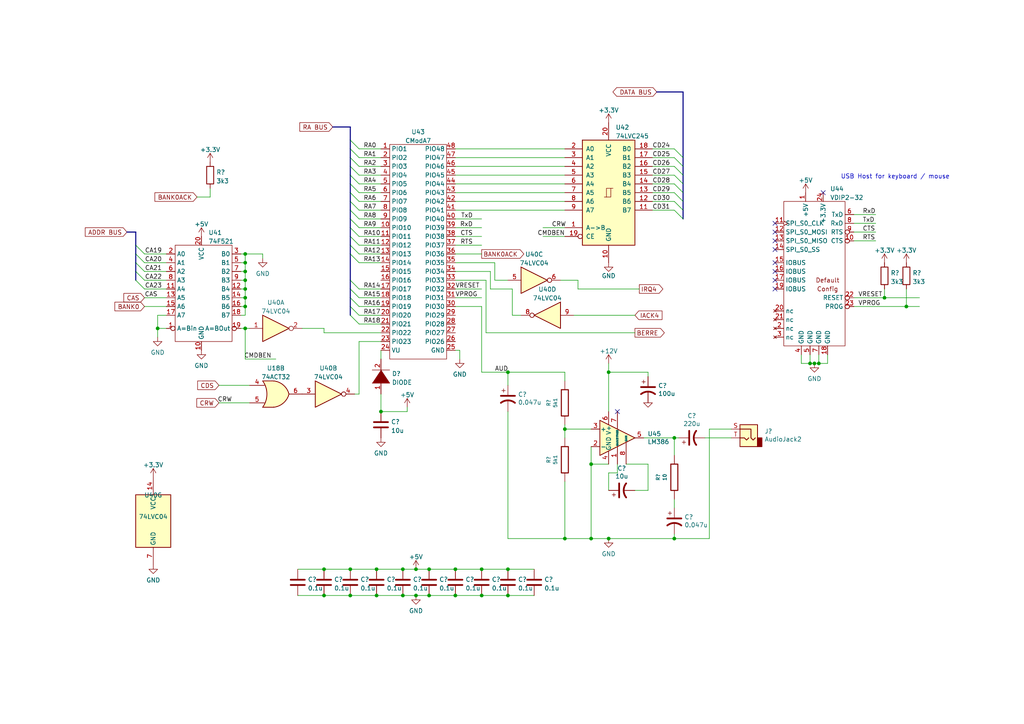
<source format=kicad_sch>
(kicad_sch (version 20211123) (generator eeschema)
  (paper "A4")
  (title_block (title "ISA68030 Boot ROM, Keyboard, Mouse, Audio") (rev "1") (company "Finitron"))
  (lib_symbols
    (symbol "74xx:74LS04"
      (property "Reference" "U" (at 0 1.27 0))
      (property "Value" "74LS04" (at 0 -1.27 0))
      (symbol "74LS04_1_0"
        (pin input line (at -7.62 0 0) (length 3.81) (name "~") (number "1"))
        (pin output inverted (at 7.62 0 180) (length 3.81) (name "~") (number "2"))
      )
      (symbol "74LS04_2_0"
        (pin input line (at -7.62 0 0) (length 3.81) (name "~") (number "3"))
        (pin output inverted (at 7.62 0 180) (length 3.81) (name "~") (number "4"))
      )
      (symbol "74LS04_3_0"
        (pin input line (at -7.62 0 0) (length 3.81) (name "~") (number "5"))
        (pin output inverted (at 7.62 0 180) (length 3.81) (name "~") (number "6"))
      )
      (symbol "74LS04_4_0"
        (pin output inverted (at 7.62 0 180) (length 3.81) (name "~") (number "8"))
        (pin input line (at -7.62 0 0) (length 3.81) (name "~") (number "9"))
      )
      (symbol "74LS04_5_0"
        (pin output inverted (at 7.62 0 180) (length 3.81) (name "~") (number "10"))
        (pin input line (at -7.62 0 0) (length 3.81) (name "~") (number "11"))
      )
      (symbol "74LS04_6_0"
        (pin output inverted (at 7.62 0 180) (length 3.81) (name "~") (number "12"))
        (pin input line (at -7.62 0 0) (length 3.81) (name "~") (number "13"))
      )
      (symbol "74LS04_7_0"
        (pin power_in line (at 0 12.7 270) (length 5.08) (name "VCC") (number "14"))
        (pin power_in line (at 0 -12.7 90) (length 5.08) (name "GND") (number "7"))
      )
    )
    (symbol "74xx:74LS245" (pin_names (offset 1.016))
      (property "Reference" "U" (at -7.62 16.51 0))
      (property "Value" "74LS245" (at -7.62 -16.51 0))
      (symbol "74LS245_1_0"
        (pin input line (at -12.7 -10.16 0) (length 5.08) (name "A->B") (number "1"))
        (pin power_in line (at 0 -20.32 90) (length 5.08) (name "GND") (number "10"))
        (pin tri_state line (at 12.7 -5.08 180) (length 5.08) (name "B7") (number "11"))
        (pin tri_state line (at 12.7 -2.54 180) (length 5.08) (name "B6") (number "12"))
        (pin tri_state line (at 12.7 0 180) (length 5.08) (name "B5") (number "13"))
        (pin tri_state line (at 12.7 2.54 180) (length 5.08) (name "B4") (number "14"))
        (pin tri_state line (at 12.7 5.08 180) (length 5.08) (name "B3") (number "15"))
        (pin tri_state line (at 12.7 7.62 180) (length 5.08) (name "B2") (number "16"))
        (pin tri_state line (at 12.7 10.16 180) (length 5.08) (name "B1") (number "17"))
        (pin tri_state line (at 12.7 12.7 180) (length 5.08) (name "B0") (number "18"))
        (pin input inverted (at -12.7 -12.7 0) (length 5.08) (name "CE") (number "19"))
        (pin tri_state line (at -12.7 12.7 0) (length 5.08) (name "A0") (number "2"))
        (pin power_in line (at 0 20.32 270) (length 5.08) (name "VCC") (number "20"))
        (pin tri_state line (at -12.7 10.16 0) (length 5.08) (name "A1") (number "3"))
        (pin tri_state line (at -12.7 7.62 0) (length 5.08) (name "A2") (number "4"))
        (pin tri_state line (at -12.7 5.08 0) (length 5.08) (name "A3") (number "5"))
        (pin tri_state line (at -12.7 2.54 0) (length 5.08) (name "A4") (number "6"))
        (pin tri_state line (at -12.7 0 0) (length 5.08) (name "A5") (number "7"))
        (pin tri_state line (at -12.7 -2.54 0) (length 5.08) (name "A6") (number "8"))
        (pin tri_state line (at -12.7 -5.08 0) (length 5.08) (name "A7") (number "9"))
      )
    )
    (symbol "74xx:74LS32" (pin_names (offset 1.016))
      (property "Reference" "U" (at 0 1.27 0))
      (property "Value" "74LS32" (at 0 -1.27 0))
      (symbol "74LS32_1_1"
        (pin input line (at -7.62 2.54 0) (length 4.318) (name "~") (number "1"))
        (pin input line (at -7.62 -2.54 0) (length 4.318) (name "~") (number "2"))
        (pin output line (at 7.62 0 180) (length 3.81) (name "~") (number "3"))
      )
      (symbol "74LS32_1_2"
        (pin input inverted (at -7.62 2.54 0) (length 3.81) (name "~") (number "1"))
        (pin input inverted (at -7.62 -2.54 0) (length 3.81) (name "~") (number "2"))
        (pin output inverted (at 7.62 0 180) (length 3.81) (name "~") (number "3"))
      )
      (symbol "74LS32_2_1"
        (pin input line (at -7.62 2.54 0) (length 4.318) (name "~") (number "4"))
        (pin input line (at -7.62 -2.54 0) (length 4.318) (name "~") (number "5"))
        (pin output line (at 7.62 0 180) (length 3.81) (name "~") (number "6"))
      )
      (symbol "74LS32_2_2"
        (pin input inverted (at -7.62 2.54 0) (length 3.81) (name "~") (number "4"))
        (pin input inverted (at -7.62 -2.54 0) (length 3.81) (name "~") (number "5"))
        (pin output inverted (at 7.62 0 180) (length 3.81) (name "~") (number "6"))
      )
      (symbol "74LS32_3_1"
        (pin input line (at -7.62 -2.54 0) (length 4.318) (name "~") (number "10"))
        (pin output line (at 7.62 0 180) (length 3.81) (name "~") (number "8"))
        (pin input line (at -7.62 2.54 0) (length 4.318) (name "~") (number "9"))
      )
      (symbol "74LS32_3_2"
        (pin input inverted (at -7.62 -2.54 0) (length 3.81) (name "~") (number "10"))
        (pin output inverted (at 7.62 0 180) (length 3.81) (name "~") (number "8"))
        (pin input inverted (at -7.62 2.54 0) (length 3.81) (name "~") (number "9"))
      )
      (symbol "74LS32_4_1"
        (pin output line (at 7.62 0 180) (length 3.81) (name "~") (number "11"))
        (pin input line (at -7.62 2.54 0) (length 4.318) (name "~") (number "12"))
        (pin input line (at -7.62 -2.54 0) (length 4.318) (name "~") (number "13"))
      )
      (symbol "74LS32_4_2"
        (pin output inverted (at 7.62 0 180) (length 3.81) (name "~") (number "11"))
        (pin input inverted (at -7.62 2.54 0) (length 3.81) (name "~") (number "12"))
        (pin input inverted (at -7.62 -2.54 0) (length 3.81) (name "~") (number "13"))
      )
      (symbol "74LS32_5_0"
        (pin power_in line (at 0 12.7 270) (length 5.08) (name "VCC") (number "14"))
        (pin power_in line (at 0 -12.7 90) (length 5.08) (name "GND") (number "7"))
      )
    )
    (symbol "Amplifier_Audio:LM386" (pin_names (offset 0.127))
      (property "Reference" "U" (at 1.27 7.62 0))
      (property "Value" "LM386" (at 1.27 5.08 0))
      (symbol "LM386_1_1"
        (pin input line (at 0 -7.62 90) (length 5.08) (name "GAIN") (number "1"))
        (pin input line (at -7.62 -2.54 0) (length 2.54) (name "-") (number "2"))
        (pin input line (at -7.62 2.54 0) (length 2.54) (name "+") (number "3"))
        (pin power_in line (at -2.54 -7.62 90) (length 3.81) (name "GND") (number "4"))
        (pin output line (at 7.62 0 180) (length 2.54) (name "~") (number "5"))
        (pin power_in line (at -2.54 7.62 270) (length 3.81) (name "V+") (number "6"))
        (pin input line (at 0 7.62 270) (length 5.08) (name "BYPASS") (number "7"))
        (pin input line (at 2.54 -7.62 90) (length 6.35) (name "GAIN") (number "8"))
      )
    )
    (symbol "Connector:AudioJack2"
      (property "Reference" "J" (at 0 8.89 0))
      (property "Value" "AudioJack2" (at 0 6.35 0))
      (symbol "AudioJack2_1_1"
        (pin passive line (at 5.08 2.54 180) (length 2.54) (name "~") (number "S"))
        (pin passive line (at 5.08 0 180) (length 2.54) (name "~") (number "T"))
      )
    )
    (symbol "Device:C" (pin_numbers hide) (pin_names (offset 0.254))
      (property "Reference" "C" (at 0.635 2.54 0))
      (property "Value" "C" (at 0.635 -2.54 0))
      (symbol "C_1_1"
        (pin passive line (at 0 3.81 270) (length 2.794) (name "~") (number "1"))
        (pin passive line (at 0 -3.81 90) (length 2.794) (name "~") (number "2"))
      )
    )
    (symbol "Device:R" (pin_numbers hide) (pin_names (offset 0))
      (property "Reference" "R" (at 2.032 0 90))
      (property "Value" "R" (at 0 0 90))
      (symbol "R_1_1"
        (pin passive line (at 0 3.81 270) (length 1.27) (name "~") (number "1"))
        (pin passive line (at 0 -3.81 90) (length 1.27) (name "~") (number "2"))
      )
    )
    (symbol "FPGA Board-rescue:GND" (power) (pin_names (offset 0))
      (symbol "GND_1_1"
        (pin power_in line (at 0 0 90) (length 0) hide (name "GND") (number "1"))
      )
    )
    (symbol "ISA_FPGA_v2-rescue:CP1-Device" (pin_numbers hide) (pin_names (offset 0.254) hide)
      (property "Reference" "C" (at 0.635 2.54 0))
      (property "Value" "CP1-Device" (at 0.635 -2.54 0))
      (symbol "CP1-Device_1_1"
        (pin passive line (at 0 3.81 270) (length 2.794) (name "~") (number "1"))
        (pin passive line (at 0 -3.81 90) (length 3.302) (name "~") (number "2"))
      )
    )
    (symbol "MyLib:74F521"
      (property "Reference" "U" (at -1.27 -1.27 0))
      (property "Value" "74F521" (at 0 1.27 0))
      (symbol "74F521_1_1"
        (pin input inverted (at -11.43 -11.43 0) (length 2.54) (name "A=Bin") (number "1"))
        (pin power_in line (at -1.27 -17.78 90) (length 2.54) (name "GND") (number "10"))
        (pin input line (at -11.43 0 0) (length 2.54) (name "A4") (number "11"))
        (pin input line (at 10.16 0 180) (length 2.54) (name "B4") (number "12"))
        (pin input line (at -11.43 -2.54 0) (length 2.54) (name "A5") (number "13"))
        (pin input line (at 10.16 -2.54 180) (length 2.54) (name "B5") (number "14"))
        (pin input line (at -11.43 -5.08 0) (length 2.54) (name "A6") (number "15"))
        (pin input line (at 10.16 -5.08 180) (length 2.54) (name "B6") (number "16"))
        (pin input line (at -11.43 -7.62 0) (length 2.54) (name "A7") (number "17"))
        (pin input line (at 10.16 -7.62 180) (length 2.54) (name "B7") (number "18"))
        (pin input inverted (at 10.16 -11.43 180) (length 2.54) (name "A=BOut") (number "19"))
        (pin input line (at -11.43 10.16 0) (length 2.54) (name "A0") (number "2"))
        (pin power_in line (at -1.27 15.24 270) (length 2.54) (name "VCC") (number "20"))
        (pin input line (at 10.16 10.16 180) (length 2.54) (name "B0") (number "3"))
        (pin input line (at -11.43 7.62 0) (length 2.54) (name "A1") (number "4"))
        (pin input line (at 10.16 7.62 180) (length 2.54) (name "B1") (number "5"))
        (pin input line (at -11.43 5.08 0) (length 2.54) (name "A2") (number "6"))
        (pin input line (at 10.16 5.08 180) (length 2.54) (name "B2") (number "7"))
        (pin input line (at -11.43 2.54 0) (length 2.54) (name "A3") (number "8"))
        (pin input line (at 10.16 2.54 180) (length 2.54) (name "B3") (number "9"))
      )
    )
    (symbol "MyLib:CModA7"
      (property "Reference" "U" (at 0 30.48 0))
      (property "Value" "CModA7" (at 1.27 33.02 0))
      (symbol "CModA7_1_1"
        (pin bidirectional line (at -8.89 27.94 0) (length 2.54) (name "PIO1") (number "1"))
        (pin bidirectional line (at -8.89 5.08 0) (length 2.54) (name "PIO10") (number "10"))
        (pin bidirectional line (at -8.89 2.54 0) (length 2.54) (name "PIO11") (number "11"))
        (pin bidirectional line (at -8.89 0 0) (length 2.54) (name "PIO12") (number "12"))
        (pin bidirectional line (at -8.89 -2.54 0) (length 2.54) (name "PIO13") (number "13"))
        (pin bidirectional line (at -8.89 -5.08 0) (length 2.54) (name "PIO14") (number "14"))
        (pin unspecified line (at -8.89 -7.62 0) (length 2.54) (name "PIO15") (number "15"))
        (pin unspecified line (at -8.89 -10.16 0) (length 2.54) (name "PIO16") (number "16"))
        (pin bidirectional line (at -8.89 -12.7 0) (length 2.54) (name "PIO17") (number "17"))
        (pin bidirectional line (at -8.89 -15.24 0) (length 2.54) (name "PIO18") (number "18"))
        (pin bidirectional line (at -8.89 -17.78 0) (length 2.54) (name "PIO19") (number "19"))
        (pin bidirectional line (at -8.89 25.4 0) (length 2.54) (name "PIO2") (number "2"))
        (pin bidirectional line (at -8.89 -20.32 0) (length 2.54) (name "PIO20") (number "20"))
        (pin bidirectional line (at -8.89 -22.86 0) (length 2.54) (name "PIO21") (number "21"))
        (pin bidirectional line (at -8.89 -25.4 0) (length 2.54) (name "PIO22") (number "22"))
        (pin bidirectional line (at -8.89 -27.94 0) (length 2.54) (name "PIO23") (number "23"))
        (pin power_in line (at -8.89 -30.48 0) (length 2.54) (name "VU") (number "24"))
        (pin power_in line (at 12.7 -30.48 180) (length 2.54) (name "GND") (number "25"))
        (pin bidirectional line (at 12.7 -27.94 180) (length 2.54) (name "PIO26") (number "26"))
        (pin bidirectional line (at 12.7 -25.4 180) (length 2.54) (name "PIO27") (number "27"))
        (pin bidirectional line (at 12.7 -22.86 180) (length 2.54) (name "PIO28") (number "28"))
        (pin bidirectional line (at 12.7 -20.32 180) (length 2.54) (name "PIO29") (number "29"))
        (pin bidirectional line (at -8.89 22.86 0) (length 2.54) (name "PIO3") (number "3"))
        (pin bidirectional line (at 12.7 -17.78 180) (length 2.54) (name "PIO30") (number "30"))
        (pin bidirectional line (at 12.7 -15.24 180) (length 2.54) (name "PIO31") (number "31"))
        (pin bidirectional line (at 12.7 -12.7 180) (length 2.54) (name "PIO32") (number "32"))
        (pin bidirectional line (at 12.7 -10.16 180) (length 2.54) (name "PIO33") (number "33"))
        (pin bidirectional line (at 12.7 -7.62 180) (length 2.54) (name "PIO34") (number "34"))
        (pin bidirectional line (at 12.7 -5.08 180) (length 2.54) (name "PIO35") (number "35"))
        (pin bidirectional line (at 12.7 -2.54 180) (length 2.54) (name "PIO36") (number "36"))
        (pin bidirectional line (at 12.7 0 180) (length 2.54) (name "PIO37") (number "37"))
        (pin bidirectional line (at 12.7 2.54 180) (length 2.54) (name "PIO38") (number "38"))
        (pin bidirectional line (at 12.7 5.08 180) (length 2.54) (name "PIO39") (number "39"))
        (pin bidirectional line (at -8.89 20.32 0) (length 2.54) (name "PIO4") (number "4"))
        (pin bidirectional line (at 12.7 7.62 180) (length 2.54) (name "PIO40") (number "40"))
        (pin bidirectional line (at 12.7 10.16 180) (length 2.54) (name "PIO41") (number "41"))
        (pin bidirectional line (at 12.7 12.7 180) (length 2.54) (name "PIO42") (number "42"))
        (pin bidirectional line (at 12.7 15.24 180) (length 2.54) (name "PIO43") (number "43"))
        (pin bidirectional line (at 12.7 17.78 180) (length 2.54) (name "PIO44") (number "44"))
        (pin bidirectional line (at 12.7 20.32 180) (length 2.54) (name "PIO45") (number "45"))
        (pin bidirectional line (at 12.7 22.86 180) (length 2.54) (name "PIO46") (number "46"))
        (pin bidirectional line (at 12.7 25.4 180) (length 2.54) (name "PIO47") (number "47"))
        (pin bidirectional line (at 12.7 27.94 180) (length 2.54) (name "PIO48") (number "48"))
        (pin bidirectional line (at -8.89 17.78 0) (length 2.54) (name "PIO5") (number "5"))
        (pin bidirectional line (at -8.89 15.24 0) (length 2.54) (name "PIO6") (number "6"))
        (pin bidirectional line (at -8.89 12.7 0) (length 2.54) (name "PIO7") (number "7"))
        (pin bidirectional line (at -8.89 10.16 0) (length 2.54) (name "PIO8") (number "8"))
        (pin bidirectional line (at -8.89 7.62 0) (length 2.54) (name "PIO9") (number "9"))
      )
    )
    (symbol "MyLib:VDIP2-32"
      (property "Reference" "U" (at 0 0 0))
      (property "Value" "VDIP2-32" (at 3.81 0 0))
      (symbol "VDIP2-32_0_0"
        (text "Config" (at 3.81 -5.08 0) (effects (font (size 1.27 1.27))))
        (text "Default" (at 3.81 -2.54 0) (effects (font (size 1.27 1.27))))
      )
      (symbol "VDIP2-32_1_1"
        (pin power_in line (at -2.54 22.86 270) (length 2.54) (name "+5V") (number "1"))
        (pin input inverted (at 11.43 8.89 180) (length 2.54) (name "CTS") (number "10"))
        (pin input clock (at -11.43 13.97 0) (length 2.54) (name "SPI_S0_CLK") (number "11"))
        (pin bidirectional line (at -11.43 11.43 0) (length 2.54) (name "SPI_S0_MOSI") (number "12"))
        (pin bidirectional line (at -11.43 8.89 0) (length 2.54) (name "SPI_S0_MISO") (number "13"))
        (pin input line (at -11.43 6.35 0) (length 2.54) (name "SPI_S0_SS") (number "14"))
        (pin bidirectional line (at -11.43 2.54 0) (length 2.54) (name "IOBUS") (number "15"))
        (pin bidirectional line (at -11.43 0 0) (length 2.54) (name "IOBUS") (number "16"))
        (pin bidirectional line (at -11.43 -2.54 0) (length 2.54) (name "IOBUS") (number "17"))
        (pin power_in line (at 3.81 -24.13 90) (length 2.54) (name "GND") (number "18"))
        (pin bidirectional line (at -11.43 -5.08 0) (length 2.54) (name "IOBUS") (number "19"))
        (pin no_connect line (at -11.43 -16.51 0) (length 2.54) (name "nc") (number "2"))
        (pin no_connect line (at -11.43 -11.43 0) (length 2.54) (name "nc") (number "20"))
        (pin no_connect line (at -11.43 -13.97 0) (length 2.54) (name "nc") (number "21"))
        (pin input inverted (at 11.43 -7.62 180) (length 2.54) (name "RESET") (number "22"))
        (pin input inverted (at 11.43 -10.16 180) (length 2.54) (name "PROG") (number "23"))
        (pin power_in line (at 2.54 22.86 270) (length 2.54) (name "+3.3V") (number "24"))
        (pin no_connect line (at -11.43 -19.05 0) (length 2.54) (name "nc") (number "3"))
        (pin power_in line (at -3.81 -24.13 90) (length 2.54) (name "GND") (number "4"))
        (pin power_in line (at -1.27 -24.13 90) (length 2.54) (name "GND") (number "5"))
        (pin output line (at 11.43 16.51 180) (length 2.54) (name "TxD") (number "6"))
        (pin power_in line (at 1.27 -24.13 90) (length 2.54) (name "GND") (number "7"))
        (pin input line (at 11.43 13.97 180) (length 2.54) (name "RxD") (number "8"))
        (pin output inverted (at 11.43 11.43 180) (length 2.54) (name "RTS") (number "9"))
      )
    )
    (symbol "VGA_V11-cache:R" (pin_numbers hide) (pin_names (offset 0))
      (property "Reference" "R" (at 2.032 0 90))
      (property "Value" "R" (at 0.1778 0.0254 90))
      (symbol "R_1_1"
        (pin passive line (at 0 6.35 270) (length 2.54) (name "~") (number "1"))
        (pin passive line (at 0 -6.35 90) (length 2.54) (name "~") (number "2"))
      )
    )
    (symbol "power:+12V" (power) (pin_names (offset 0))
      (property "Value" "+12V" (at 0 3.556 0))
      (symbol "+12V_1_1"
        (pin power_in line (at 0 0 90) (length 0) hide (name "+12V") (number "1"))
      )
    )
    (symbol "power:+3.3V" (power) (pin_names (offset 0))
      (property "Value" "+3.3V" (at 0 3.556 0))
      (symbol "+3.3V_1_1"
        (pin power_in line (at 0 0 90) (length 0) hide (name "+3.3V") (number "1"))
      )
    )
    (symbol "power:+5V" (power) (pin_names (offset 0))
      (property "Value" "+5V" (at 0 3.556 0))
      (symbol "+5V_1_1"
        (pin power_in line (at 0 0 90) (length 0) hide (name "+5V") (number "1"))
      )
    )
    (symbol "power:GND" (power) (pin_names (offset 0))
      (property "Value" "GND" (at 0 -3.81 0))
      (symbol "GND_1_1"
        (pin power_in line (at 0 0 270) (length 0) hide (name "GND") (number "1"))
      )
    )
    (symbol "pspice:DIODE" (pin_names (offset 1.016) hide)
      (property "Reference" "D" (at 0 3.81 0))
      (property "Value" "DIODE" (at 0 -4.445 0))
      (symbol "DIODE_1_1"
        (pin input line (at -5.08 0 0) (length 3.81) (name "K") (number "1"))
        (pin input line (at 5.08 0 180) (length 3.81) (name "A") (number "2"))
      )
    )
  )
  (junction (at 93.98 165.1))
  (junction (at 195.58 156.21))
  (junction (at 71.12 81.28))
  (junction (at 71.12 78.74))
  (junction (at 93.98 172.72))
  (junction (at 71.12 83.82))
  (junction (at 176.53 107.95))
  (junction (at 139.7 172.72))
  (junction (at 163.83 124.46))
  (junction (at 236.22 105.41))
  (junction (at 109.22 165.1))
  (junction (at 120.65 165.1))
  (junction (at 71.12 95.25))
  (junction (at 147.32 165.1))
  (junction (at 163.83 156.21))
  (junction (at 120.65 172.72))
  (junction (at 109.22 172.72))
  (junction (at 147.32 172.72))
  (junction (at 147.32 107.95))
  (junction (at 124.46 172.72))
  (junction (at 124.46 165.1))
  (junction (at 132.08 165.1))
  (junction (at 132.08 172.72))
  (junction (at 71.12 88.9))
  (junction (at 171.45 156.21))
  (junction (at 195.58 127))
  (junction (at 101.6 165.1))
  (junction (at 176.53 156.21))
  (junction (at 71.12 73.66))
  (junction (at 71.12 86.36))
  (junction (at 116.84 165.1))
  (junction (at 171.45 134.62))
  (junction (at 101.6 172.72))
  (junction (at 71.12 76.2))
  (junction (at 116.84 172.72))
  (junction (at 256.54 86.36))
  (junction (at 234.95 105.41))
  (junction (at 110.49 119.38))
  (junction (at 45.72 95.25))
  (junction (at 237.49 105.41))
  (junction (at 262.89 88.9))
  (junction (at 139.7 165.1))
  (no_connect (at 179.07 119.38))
  (no_connect (at 238.76 55.88))
  (no_connect (at 224.79 64.77))
  (no_connect (at 224.79 67.31))
  (no_connect (at 224.79 72.39))
  (no_connect (at 224.79 76.2))
  (no_connect (at 224.79 78.74))
  (no_connect (at 224.79 83.82))
  (no_connect (at 224.79 81.28))
  (no_connect (at 224.79 69.85))
  (bus_entry (at 39.37 76.2) (size 2.54 2.54))
  (bus_entry (at 39.37 81.28) (size 2.54 2.54))
  (bus_entry (at 39.37 78.74) (size 2.54 2.54))
  (bus_entry (at 39.37 73.66) (size 2.54 2.54))
  (bus_entry (at 39.37 71.12) (size 2.54 2.54))
  (bus_entry (at 101.6 55.88) (size 2.54 2.54))
  (bus_entry (at 101.6 53.34) (size 2.54 2.54))
  (bus_entry (at 101.6 58.42) (size 2.54 2.54))
  (bus_entry (at 101.6 50.8) (size 2.54 2.54))
  (bus_entry (at 101.6 48.26) (size 2.54 2.54))
  (bus_entry (at 101.6 43.18) (size 2.54 2.54))
  (bus_entry (at 101.6 45.72) (size 2.54 2.54))
  (bus_entry (at 101.6 40.64) (size 2.54 2.54))
  (bus_entry (at 101.6 88.9) (size 2.54 2.54))
  (bus_entry (at 101.6 86.36) (size 2.54 2.54))
  (bus_entry (at 101.6 91.44) (size 2.54 2.54))
  (bus_entry (at 101.6 81.28) (size 2.54 2.54))
  (bus_entry (at 101.6 68.58) (size 2.54 2.54))
  (bus_entry (at 101.6 66.04) (size 2.54 2.54))
  (bus_entry (at 101.6 63.5) (size 2.54 2.54))
  (bus_entry (at 101.6 60.96) (size 2.54 2.54))
  (bus_entry (at 101.6 73.66) (size 2.54 2.54))
  (bus_entry (at 101.6 71.12) (size 2.54 2.54))
  (bus_entry (at 101.6 83.82) (size 2.54 2.54))
  (bus_entry (at 195.58 60.96) (size 2.54 2.54))
  (bus_entry (at 195.58 58.42) (size 2.54 2.54))
  (bus_entry (at 195.58 45.72) (size 2.54 2.54))
  (bus_entry (at 195.58 43.18) (size 2.54 2.54))
  (bus_entry (at 195.58 48.26) (size 2.54 2.54))
  (bus_entry (at 195.58 50.8) (size 2.54 2.54))
  (bus_entry (at 195.58 55.88) (size 2.54 2.54))
  (bus_entry (at 195.58 53.34) (size 2.54 2.54))
  (wire (pts (xy 45.72 91.44) (xy 45.72 95.25)))
  (wire (pts (xy 232.41 102.87) (xy 232.41 105.41)))
  (bus (pts (xy 101.6 43.18) (xy 101.6 40.64)))
  (wire (pts (xy 189.23 45.72) (xy 195.58 45.72)))
  (wire (pts (xy 87.63 95.25) (xy 93.98 95.25)))
  (wire (pts (xy 195.58 154.94) (xy 195.58 156.21)))
  (wire (pts (xy 163.83 107.95) (xy 163.83 110.49)))
  (wire (pts (xy 163.83 107.95) (xy 147.32 107.95)))
  (wire (pts (xy 110.49 73.66) (xy 104.14 73.66)))
  (wire (pts (xy 176.53 156.21) (xy 195.58 156.21)))
  (wire (pts (xy 262.89 88.9) (xy 266.7 88.9)))
  (wire (pts (xy 110.49 119.38) (xy 118.11 119.38)))
  (wire (pts (xy 132.08 58.42) (xy 163.83 58.42)))
  (wire (pts (xy 104.14 114.3) (xy 102.87 114.3)))
  (wire (pts (xy 71.12 88.9) (xy 71.12 86.36)))
  (wire (pts (xy 163.83 123.19) (xy 163.83 124.46)))
  (wire (pts (xy 93.98 96.52) (xy 110.49 96.52)))
  (wire (pts (xy 132.08 81.28) (xy 140.97 81.28)))
  (bus (pts (xy 101.6 36.83) (xy 96.52 36.83)))
  (wire (pts (xy 163.83 139.7) (xy 163.83 156.21)))
  (wire (pts (xy 109.22 165.1) (xy 116.84 165.1)))
  (wire (pts (xy 48.26 83.82) (xy 41.91 83.82)))
  (wire (pts (xy 76.2 73.66) (xy 76.2 74.93)))
  (wire (pts (xy 139.7 107.95) (xy 147.32 107.95)))
  (wire (pts (xy 256.54 86.36) (xy 266.7 86.36)))
  (wire (pts (xy 132.08 172.72) (xy 139.7 172.72)))
  (wire (pts (xy 93.98 172.72) (xy 101.6 172.72)))
  (wire (pts (xy 140.97 81.28) (xy 140.97 96.52)))
  (wire (pts (xy 247.65 64.77) (xy 254 64.77)))
  (wire (pts (xy 167.64 81.28) (xy 162.56 81.28)))
  (wire (pts (xy 157.48 66.04) (xy 163.83 66.04)))
  (wire (pts (xy 110.49 60.96) (xy 104.14 60.96)))
  (wire (pts (xy 48.26 76.2) (xy 41.91 76.2)))
  (wire (pts (xy 110.49 66.04) (xy 104.14 66.04)))
  (wire (pts (xy 110.49 58.42) (xy 104.14 58.42)))
  (wire (pts (xy 132.08 86.36) (xy 139.7 86.36)))
  (wire (pts (xy 110.49 76.2) (xy 104.14 76.2)))
  (wire (pts (xy 86.36 172.72) (xy 93.98 172.72)))
  (wire (pts (xy 118.11 119.38) (xy 118.11 118.11)))
  (wire (pts (xy 104.14 99.06) (xy 104.14 114.3)))
  (wire (pts (xy 187.96 134.62) (xy 181.61 134.62)))
  (bus (pts (xy 101.6 40.64) (xy 101.6 36.83)))
  (bus (pts (xy 39.37 67.31) (xy 36.83 67.31)))
  (wire (pts (xy 262.89 88.9) (xy 262.89 83.82)))
  (bus (pts (xy 39.37 76.2) (xy 39.37 73.66)))
  (wire (pts (xy 124.46 172.72) (xy 132.08 172.72)))
  (wire (pts (xy 101.6 165.1) (xy 109.22 165.1)))
  (wire (pts (xy 189.23 50.8) (xy 195.58 50.8)))
  (wire (pts (xy 86.36 165.1) (xy 93.98 165.1)))
  (wire (pts (xy 247.65 86.36) (xy 256.54 86.36)))
  (wire (pts (xy 72.39 116.84) (xy 63.5 116.84)))
  (wire (pts (xy 132.08 101.6) (xy 133.35 101.6)))
  (wire (pts (xy 48.26 95.25) (xy 45.72 95.25)))
  (wire (pts (xy 189.23 60.96) (xy 195.58 60.96)))
  (wire (pts (xy 133.35 101.6) (xy 133.35 104.14)))
  (bus (pts (xy 198.12 53.34) (xy 198.12 50.8)))
  (wire (pts (xy 147.32 119.38) (xy 147.32 156.21)))
  (wire (pts (xy 93.98 165.1) (xy 101.6 165.1)))
  (wire (pts (xy 71.12 86.36) (xy 71.12 83.82)))
  (wire (pts (xy 110.49 83.82) (xy 104.14 83.82)))
  (wire (pts (xy 195.58 144.78) (xy 195.58 147.32)))
  (wire (pts (xy 110.49 86.36) (xy 104.14 86.36)))
  (bus (pts (xy 101.6 50.8) (xy 101.6 48.26)))
  (wire (pts (xy 189.23 43.18) (xy 195.58 43.18)))
  (wire (pts (xy 247.65 69.85) (xy 254 69.85)))
  (wire (pts (xy 71.12 73.66) (xy 69.85 73.66)))
  (wire (pts (xy 195.58 127) (xy 186.69 127)))
  (wire (pts (xy 71.12 78.74) (xy 69.85 78.74)))
  (wire (pts (xy 240.03 105.41) (xy 240.03 102.87)))
  (wire (pts (xy 142.24 78.74) (xy 132.08 78.74)))
  (wire (pts (xy 132.08 165.1) (xy 139.7 165.1)))
  (wire (pts (xy 132.08 45.72) (xy 163.83 45.72)))
  (wire (pts (xy 71.12 83.82) (xy 71.12 81.28)))
  (wire (pts (xy 189.23 55.88) (xy 195.58 55.88)))
  (wire (pts (xy 256.54 86.36) (xy 256.54 83.82)))
  (wire (pts (xy 132.08 71.12) (xy 139.7 71.12)))
  (wire (pts (xy 69.85 86.36) (xy 71.12 86.36)))
  (wire (pts (xy 171.45 134.62) (xy 171.45 129.54)))
  (wire (pts (xy 132.08 68.58) (xy 139.7 68.58)))
  (wire (pts (xy 184.15 142.24) (xy 187.96 142.24)))
  (bus (pts (xy 198.12 55.88) (xy 198.12 53.34)))
  (wire (pts (xy 132.08 63.5) (xy 139.7 63.5)))
  (wire (pts (xy 120.65 172.72) (xy 124.46 172.72)))
  (wire (pts (xy 48.26 91.44) (xy 45.72 91.44)))
  (wire (pts (xy 69.85 83.82) (xy 71.12 83.82)))
  (wire (pts (xy 147.32 156.21) (xy 163.83 156.21)))
  (wire (pts (xy 71.12 104.14) (xy 80.01 104.14)))
  (bus (pts (xy 101.6 83.82) (xy 101.6 81.28)))
  (bus (pts (xy 198.12 60.96) (xy 198.12 58.42)))
  (bus (pts (xy 198.12 45.72) (xy 198.12 26.67)))
  (wire (pts (xy 187.96 142.24) (xy 187.96 134.62)))
  (wire (pts (xy 163.83 50.8) (xy 132.08 50.8)))
  (wire (pts (xy 110.49 114.3) (xy 110.49 119.38)))
  (wire (pts (xy 48.26 78.74) (xy 41.91 78.74)))
  (wire (pts (xy 93.98 95.25) (xy 93.98 96.52)))
  (wire (pts (xy 132.08 66.04) (xy 139.7 66.04)))
  (wire (pts (xy 60.96 57.15) (xy 57.15 57.15)))
  (wire (pts (xy 247.65 62.23) (xy 254 62.23)))
  (bus (pts (xy 39.37 71.12) (xy 39.37 67.31)))
  (wire (pts (xy 187.96 107.95) (xy 176.53 107.95)))
  (wire (pts (xy 163.83 55.88) (xy 132.08 55.88)))
  (wire (pts (xy 148.59 83.82) (xy 142.24 83.82)))
  (wire (pts (xy 71.12 91.44) (xy 69.85 91.44)))
  (wire (pts (xy 176.53 137.16) (xy 176.53 142.24)))
  (wire (pts (xy 237.49 105.41) (xy 240.03 105.41)))
  (bus (pts (xy 101.6 60.96) (xy 101.6 58.42)))
  (wire (pts (xy 236.22 105.41) (xy 237.49 105.41)))
  (wire (pts (xy 71.12 76.2) (xy 71.12 73.66)))
  (wire (pts (xy 48.26 73.66) (xy 41.91 73.66)))
  (wire (pts (xy 69.85 76.2) (xy 71.12 76.2)))
  (wire (pts (xy 110.49 50.8) (xy 104.14 50.8)))
  (wire (pts (xy 132.08 73.66) (xy 139.7 73.66)))
  (wire (pts (xy 132.08 43.18) (xy 163.83 43.18)))
  (wire (pts (xy 72.39 95.25) (xy 71.12 95.25)))
  (wire (pts (xy 110.49 68.58) (xy 104.14 68.58)))
  (wire (pts (xy 176.53 134.62) (xy 171.45 134.62)))
  (wire (pts (xy 143.51 76.2) (xy 132.08 76.2)))
  (wire (pts (xy 124.46 165.1) (xy 132.08 165.1)))
  (bus (pts (xy 101.6 55.88) (xy 101.6 53.34)))
  (bus (pts (xy 101.6 45.72) (xy 101.6 43.18)))
  (wire (pts (xy 69.85 88.9) (xy 71.12 88.9)))
  (wire (pts (xy 60.96 54.61) (xy 60.96 57.15)))
  (wire (pts (xy 110.49 88.9) (xy 104.14 88.9)))
  (wire (pts (xy 110.49 71.12) (xy 104.14 71.12)))
  (bus (pts (xy 39.37 81.28) (xy 39.37 78.74)))
  (bus (pts (xy 101.6 71.12) (xy 101.6 68.58)))
  (wire (pts (xy 166.37 91.44) (xy 184.15 91.44)))
  (wire (pts (xy 151.13 91.44) (xy 148.59 91.44)))
  (wire (pts (xy 71.12 78.74) (xy 71.12 76.2)))
  (bus (pts (xy 198.12 48.26) (xy 198.12 45.72)))
  (wire (pts (xy 232.41 105.41) (xy 234.95 105.41)))
  (wire (pts (xy 101.6 172.72) (xy 109.22 172.72)))
  (wire (pts (xy 142.24 83.82) (xy 142.24 78.74)))
  (wire (pts (xy 205.74 124.46) (xy 212.09 124.46)))
  (wire (pts (xy 48.26 88.9) (xy 41.91 88.9)))
  (wire (pts (xy 109.22 172.72) (xy 116.84 172.72)))
  (wire (pts (xy 204.47 127) (xy 212.09 127)))
  (wire (pts (xy 71.12 95.25) (xy 71.12 104.14)))
  (wire (pts (xy 132.08 83.82) (xy 139.7 83.82)))
  (wire (pts (xy 71.12 73.66) (xy 76.2 73.66)))
  (wire (pts (xy 116.84 172.72) (xy 120.65 172.72)))
  (wire (pts (xy 139.7 88.9) (xy 139.7 107.95)))
  (wire (pts (xy 205.74 156.21) (xy 205.74 124.46)))
  (bus (pts (xy 101.6 88.9) (xy 101.6 86.36)))
  (wire (pts (xy 110.49 93.98) (xy 104.14 93.98)))
  (wire (pts (xy 110.49 55.88) (xy 104.14 55.88)))
  (wire (pts (xy 189.23 58.42) (xy 195.58 58.42)))
  (wire (pts (xy 147.32 107.95) (xy 147.32 111.76)))
  (wire (pts (xy 110.49 53.34) (xy 104.14 53.34)))
  (wire (pts (xy 167.64 83.82) (xy 167.64 81.28)))
  (wire (pts (xy 179.07 134.62) (xy 179.07 137.16)))
  (wire (pts (xy 171.45 134.62) (xy 171.45 156.21)))
  (wire (pts (xy 167.64 83.82) (xy 185.42 83.82)))
  (bus (pts (xy 198.12 63.5) (xy 198.12 60.96)))
  (wire (pts (xy 45.72 95.25) (xy 45.72 97.79)))
  (wire (pts (xy 71.12 81.28) (xy 71.12 78.74)))
  (wire (pts (xy 195.58 132.08) (xy 195.58 127)))
  (bus (pts (xy 101.6 91.44) (xy 101.6 88.9)))
  (wire (pts (xy 110.49 99.06) (xy 104.14 99.06)))
  (wire (pts (xy 71.12 88.9) (xy 71.12 91.44)))
  (wire (pts (xy 189.23 53.34) (xy 195.58 53.34)))
  (wire (pts (xy 247.65 67.31) (xy 254 67.31)))
  (wire (pts (xy 163.83 124.46) (xy 163.83 127)))
  (wire (pts (xy 148.59 83.82) (xy 148.59 91.44)))
  (wire (pts (xy 171.45 124.46) (xy 163.83 124.46)))
  (bus (pts (xy 101.6 81.28) (xy 101.6 73.66)))
  (wire (pts (xy 139.7 165.1) (xy 147.32 165.1)))
  (wire (pts (xy 143.51 81.28) (xy 143.51 76.2)))
  (wire (pts (xy 110.49 48.26) (xy 104.14 48.26)))
  (wire (pts (xy 132.08 48.26) (xy 163.83 48.26)))
  (bus (pts (xy 101.6 68.58) (xy 101.6 66.04)))
  (wire (pts (xy 234.95 102.87) (xy 234.95 105.41)))
  (wire (pts (xy 189.23 48.26) (xy 195.58 48.26)))
  (wire (pts (xy 140.97 96.52) (xy 184.15 96.52)))
  (bus (pts (xy 101.6 53.34) (xy 101.6 50.8)))
  (wire (pts (xy 110.49 43.18) (xy 104.14 43.18)))
  (wire (pts (xy 132.08 53.34) (xy 163.83 53.34)))
  (wire (pts (xy 132.08 88.9) (xy 139.7 88.9)))
  (bus (pts (xy 198.12 26.67) (xy 190.5 26.67)))
  (wire (pts (xy 187.96 109.22) (xy 187.96 107.95)))
  (wire (pts (xy 139.7 172.72) (xy 147.32 172.72)))
  (wire (pts (xy 163.83 60.96) (xy 132.08 60.96)))
  (wire (pts (xy 247.65 88.9) (xy 262.89 88.9)))
  (wire (pts (xy 195.58 156.21) (xy 205.74 156.21)))
  (bus (pts (xy 101.6 86.36) (xy 101.6 83.82)))
  (bus (pts (xy 101.6 66.04) (xy 101.6 63.5)))
  (wire (pts (xy 147.32 81.28) (xy 143.51 81.28)))
  (wire (pts (xy 163.83 68.58) (xy 157.48 68.58)))
  (wire (pts (xy 110.49 45.72) (xy 104.14 45.72)))
  (wire (pts (xy 237.49 102.87) (xy 237.49 105.41)))
  (wire (pts (xy 72.39 111.76) (xy 63.5 111.76)))
  (wire (pts (xy 147.32 172.72) (xy 154.94 172.72)))
  (bus (pts (xy 101.6 63.5) (xy 101.6 60.96)))
  (bus (pts (xy 198.12 50.8) (xy 198.12 48.26)))
  (wire (pts (xy 71.12 95.25) (xy 69.85 95.25)))
  (wire (pts (xy 69.85 81.28) (xy 71.12 81.28)))
  (bus (pts (xy 39.37 78.74) (xy 39.37 76.2)))
  (wire (pts (xy 110.49 63.5) (xy 104.14 63.5)))
  (wire (pts (xy 120.65 165.1) (xy 124.46 165.1)))
  (wire (pts (xy 163.83 156.21) (xy 171.45 156.21)))
  (wire (pts (xy 171.45 156.21) (xy 176.53 156.21)))
  (wire (pts (xy 48.26 81.28) (xy 41.91 81.28)))
  (bus (pts (xy 39.37 73.66) (xy 39.37 71.12)))
  (wire (pts (xy 116.84 165.1) (xy 120.65 165.1)))
  (wire (pts (xy 176.53 107.95) (xy 176.53 119.38)))
  (bus (pts (xy 101.6 58.42) (xy 101.6 55.88)))
  (wire (pts (xy 176.53 105.41) (xy 176.53 107.95)))
  (wire (pts (xy 196.85 127) (xy 195.58 127)))
  (wire (pts (xy 147.32 165.1) (xy 154.94 165.1)))
  (bus (pts (xy 198.12 58.42) (xy 198.12 55.88)))
  (wire (pts (xy 110.49 91.44) (xy 104.14 91.44)))
  (bus (pts (xy 101.6 73.66) (xy 101.6 71.12)))
  (wire (pts (xy 110.49 101.6) (xy 110.49 104.14)))
  (bus (pts (xy 101.6 48.26) (xy 101.6 45.72)))
  (wire (pts (xy 48.26 86.36) (xy 41.91 86.36)))
  (wire (pts (xy 234.95 105.41) (xy 236.22 105.41)))
  (wire (pts (xy 179.07 137.16) (xy 176.53 137.16)))
  (text "USB Host for keyboard / mouse" (at 243.84 52.07 0) (effects (font (size 1.27 1.27)) (justify left bottom)))
  (label "RTS" (at 137.16 71.12 180))
  (label "RA5" (at 105.41 55.88 0))
  (label "RA6" (at 105.41 58.42 0))
  (label "TxD" (at 137.16 63.5 180))
  (label "CAS" (at 45.72 86.36 180))
  (label "RA7" (at 105.41 60.96 0))
  (label "AUD" (at 143.51 107.95 0))
  (label "CA20" (at 46.99 76.2 180))
  (label "RA4" (at 105.41 53.34 0))
  (label "RA0" (at 105.41 43.18 0))
  (label "CD31" (at 189.23 60.96 0))
  (label "CD28" (at 189.23 53.34 0))
  (label "RxD" (at 137.16 66.04 180))
  (label "RA17" (at 105.41 91.44 0))
  (label "CD27" (at 189.23 50.8 0))
  (label "CD26" (at 189.23 48.26 0))
  (label "RA15" (at 105.41 86.36 0))
  (label "VPROG" (at 132.08 86.36 0))
  (label "RA11" (at 105.41 71.12 0))
  (label "VPROG" (at 248.92 88.9 0))
  (label "CRW" (at 160.02 66.04 0))
  (label "CA23" (at 46.99 83.82 180))
  (label "CMDBEN" (at 163.83 68.58 180))
  (label "RA13" (at 105.41 76.2 0))
  (label "RA18" (at 105.41 93.98 0))
  (label "RA2" (at 105.41 48.26 0))
  (label "CA21" (at 46.99 78.74 180))
  (label "RA8" (at 105.41 63.5 0))
  (label "CTS" (at 137.16 68.58 180))
  (label "RA12" (at 105.41 73.66 0))
  (label "RA16" (at 105.41 88.9 0))
  (label "RA9" (at 105.41 66.04 0))
  (label "CTS" (at 250.19 67.31 0))
  (label "CA22" (at 46.99 81.28 180))
  (label "RA14" (at 105.41 83.82 0))
  (label "CD25" (at 189.23 45.72 0))
  (label "RA3" (at 105.41 50.8 0))
  (label "CA19" (at 46.99 73.66 180))
  (label "CRW" (at 67.31 116.84 180))
  (label "VRESET" (at 248.92 86.36 0))
  (label "VRESET" (at 132.08 83.82 0))
  (label "RA10" (at 105.41 68.58 0))
  (label "TxD" (at 250.19 64.77 0))
  (label "RTS" (at 250.19 69.85 0))
  (label "CMDBEN" (at 78.74 104.14 180))
  (label "CD30" (at 189.23 58.42 0))
  (label "CD24" (at 189.23 43.18 0))
  (label "RxD" (at 250.19 62.23 0))
  (label "CD29" (at 189.23 55.88 0))
  (label "RA1" (at 105.41 45.72 0))
  (global_label "ADDR BUS" (shape input) (at 36.83 67.31 180) (property "Intersheet References" "${INTERSHEET_REFS}" (effects hide)))
  (global_label "BANK0" (shape input) (at 41.91 88.9 180) (property "Intersheet References" "${INTERSHEET_REFS}" (effects hide)))
  (global_label "CAS" (shape input) (at 41.91 86.36 180) (property "Intersheet References" "${INTERSHEET_REFS}" (effects hide)))
  (global_label "CRW" (shape input) (at 63.5 116.84 180) (property "Intersheet References" "${INTERSHEET_REFS}" (effects hide)))
  (global_label "IRQ4" (shape output) (at 185.42 83.82 0) (property "Intersheet References" "${INTERSHEET_REFS}" (effects hide)))
  (global_label "BERRE" (shape output) (at 184.15 96.52 0) (property "Intersheet References" "${INTERSHEET_REFS}" (effects hide)))
  (global_label "DATA BUS" (shape bidirectional) (at 190.5 26.67 180) (property "Intersheet References" "${INTERSHEET_REFS}" (effects hide)))
  (global_label "BANK0ACK" (shape output) (at 139.7 73.66 0) (property "Intersheet References" "${INTERSHEET_REFS}" (effects hide)))
  (global_label "CDS" (shape input) (at 63.5 111.76 180) (property "Intersheet References" "${INTERSHEET_REFS}" (effects hide)))
  (global_label "RA BUS" (shape input) (at 96.52 36.83 180) (property "Intersheet References" "${INTERSHEET_REFS}" (effects hide)))
  (global_label "IACK4" (shape input) (at 184.15 91.44 0) (property "Intersheet References" "${INTERSHEET_REFS}" (effects hide)))
  (global_label "BANK0ACK" (shape input) (at 57.15 57.15 180) (property "Intersheet References" "${INTERSHEET_REFS}" (effects hide)))
  (symbol (lib_id "ISA_FPGA_v2-rescue:CP1-Device") (at 147.32 115.57 0) (unit 1)
    (property "Reference" "C?" (at 150.241 114.4016 0) (effects (justify left)))
    (property "Value" "0.047u" (at 150.241 116.713 0) (effects (justify left)))
    (property "Footprint" "Capacitor_THT:C_Disc_D3.8mm_W2.6mm_P2.50mm" (effects hide))
  )
  (symbol (lib_id "power:+3.3V") (at 44.45 138.43 0) (unit 1)
    (property "Reference" "#PWR?" (effects hide))
    (property "Value" "+3.3V" (at 44.45 134.8542 0))
  )
  (symbol (lib_id "Device:C") (at 124.46 168.91 0) (unit 1)
    (property "Reference" "C?" (at 127.381 168.0753 0) (effects (justify left)))
    (property "Value" "0.1u" (at 127.381 170.6122 0) (effects (justify left)))
  )
  (symbol (lib_id "power:+5V") (at 233.68 55.88 0) (unit 1)
    (property "Reference" "#PWR?" (effects hide))
    (property "Value" "+5V" (at 233.68 52.3042 0))
  )
  (symbol (lib_id "ISA_FPGA_v2-rescue:CP1-Device") (at 187.96 113.03 0) (unit 1)
    (property "Reference" "C?" (at 190.881 111.8616 0) (effects (justify left)))
    (property "Value" "100u" (at 190.881 114.173 0) (effects (justify left)))
    (property "Footprint" "Capacitor_THT:CP_Radial_D8.0mm_P3.80mm" (effects hide))
  )
  (symbol (lib_id "Device:R") (at 60.96 50.8 0) (unit 1)
    (property "Reference" "R?" (at 62.738 49.9653 0) (effects (justify left)))
    (property "Value" "3k3" (at 62.738 52.5022 0) (effects (justify left)))
  )
  (symbol (lib_id "VGA_V11-cache:R") (at 163.83 133.35 180) (unit 1)
    (property "Reference" "R?" (at 159.131 133.35 90) (effects (font (size 1.016 1.016))))
    (property "Value" "5k1" (at 161.0614 133.35 90) (effects (font (size 1.016 1.016))))
    (property "Footprint" "Resistor_THT:R_Axial_DIN0207_L6.3mm_D2.5mm_P7.62mm_Horizontal" (effects hide))
  )
  (symbol (lib_id "Device:R") (at 256.54 80.01 0) (unit 1)
    (property "Reference" "R?" (at 258.318 79.1753 0) (effects (justify left)))
    (property "Value" "3k3" (at 258.318 81.7122 0) (effects (justify left)))
  )
  (symbol (lib_id "Device:C") (at 154.94 168.91 0) (unit 1)
    (property "Reference" "C?" (at 157.861 168.0753 0) (effects (justify left)))
    (property "Value" "0.1u" (at 157.861 170.6122 0) (effects (justify left)))
  )
  (symbol (lib_id "power:GND") (at 236.22 105.41 0) (unit 1)
    (property "Reference" "#PWR?" (effects hide))
    (property "Value" "GND" (at 236.22 109.8534 0))
  )
  (symbol (lib_id "FPGA Board-rescue:GND") (at 187.96 116.84 0) (unit 1)
    (property "Reference" "#PWR?" (effects hide))
    (property "Value" "GND" (effects hide))
  )
  (symbol (lib_id "Device:C") (at 93.98 168.91 0) (unit 1)
    (property "Reference" "C?" (at 96.901 168.0753 0) (effects (justify left)))
    (property "Value" "0.1u" (at 96.901 170.6122 0) (effects (justify left)))
  )
  (symbol (lib_id "power:+5V") (at 120.65 165.1 0) (unit 1)
    (property "Reference" "#PWR?" (effects hide))
    (property "Value" "+5V" (at 120.65 161.5242 0))
  )
  (symbol (lib_id "74xx:74LS32") (at 80.01 114.3 0) (unit 2)
    (property "Reference" "U18" (at 80.01 106.7902 0))
    (property "Value" "74ACT32" (at 80.01 109.3271 0))
    (property "Datasheet" "http://www.ti.com/lit/gpn/sn74LS32" (effects hide))
  )
  (symbol (lib_id "power:GND") (at 44.45 163.83 0) (unit 1)
    (property "Reference" "#PWR?" (effects hide))
    (property "Value" "GND" (at 44.45 168.2734 0))
  )
  (symbol (lib_id "Device:C") (at 110.49 123.19 0) (unit 1)
    (property "Reference" "C?" (at 113.411 122.3553 0) (effects (justify left)))
    (property "Value" "10u" (at 113.411 124.8922 0) (effects (justify left)))
  )
  (symbol (lib_id "power:GND") (at 58.42 101.6 0) (unit 1)
    (property "Reference" "#PWR?" (effects hide))
    (property "Value" "GND" (at 58.42 106.0434 0))
  )
  (symbol (lib_id "74xx:74LS245") (at 176.53 55.88 0) (unit 1)
    (property "Reference" "U42" (at 178.5494 36.9402 0) (effects (justify left)))
    (property "Value" "74LVC245" (at 178.5494 39.4771 0) (effects (justify left)))
    (property "Datasheet" "http://www.ti.com/lit/gpn/sn74LS245" (effects hide))
  )
  (symbol (lib_id "power:+3.3V") (at 262.89 76.2 0) (unit 1)
    (property "Reference" "#PWR?" (effects hide))
    (property "Value" "+3.3V" (at 262.89 72.6242 0))
  )
  (symbol (lib_id "Device:C") (at 132.08 168.91 0) (unit 1)
    (property "Reference" "C?" (at 135.001 168.0753 0) (effects (justify left)))
    (property "Value" "0.1u" (at 135.001 170.6122 0) (effects (justify left)))
  )
  (symbol (lib_id "power:GND") (at 176.53 156.21 0) (unit 1)
    (property "Reference" "#PWR?" (effects hide))
    (property "Value" "GND" (at 176.53 160.6534 0))
  )
  (symbol (lib_id "power:+5V") (at 118.11 118.11 0) (unit 1)
    (property "Reference" "#PWR?" (effects hide))
    (property "Value" "+5V" (at 118.11 114.5342 0))
  )
  (symbol (lib_id "74xx:74LS04") (at 80.01 95.25 0) (unit 1)
    (property "Reference" "U40" (at 80.01 87.7402 0))
    (property "Value" "74LVC04" (at 80.01 90.2771 0))
    (property "Footprint" "Package_DIP:DIP-14_W7.62mm_Socket" (effects hide))
    (property "Datasheet" "http://www.ti.com/lit/gpn/sn74LS04" (effects hide))
  )
  (symbol (lib_id "Device:C") (at 109.22 168.91 0) (unit 1)
    (property "Reference" "C?" (at 112.141 168.0753 0) (effects (justify left)))
    (property "Value" "0.1u" (at 112.141 170.6122 0) (effects (justify left)))
  )
  (symbol (lib_id "ISA_FPGA_v2-rescue:CP1-Device") (at 180.34 142.24 90) (unit 1)
    (property "Reference" "C?" (at 180.34 135.8392 90))
    (property "Value" "10u" (at 180.34 138.1506 90))
    (property "Footprint" "Capacitor_THT:CP_Radial_D5.0mm_P2.50mm" (effects hide))
  )
  (symbol (lib_id "power:+5V") (at 58.42 68.58 0) (unit 1)
    (property "Reference" "#PWR?" (effects hide))
    (property "Value" "+5V" (at 58.42 65.0042 0))
  )
  (symbol (lib_id "74xx:74LS04") (at 44.45 151.13 0) (unit 7)
    (property "Reference" "U40" (at 44.45 143.6202 0))
    (property "Value" "74LVC04" (at 44.45 149.86 0))
    (property "Footprint" "Package_DIP:DIP-14_W7.62mm_Socket" (effects hide))
    (property "Datasheet" "http://www.ti.com/lit/gpn/sn74LS04" (effects hide))
  )
  (symbol (lib_id "74xx:74LS04") (at 95.25 114.3 0) (unit 2)
    (property "Reference" "U40" (at 95.25 106.7902 0))
    (property "Value" "74LVC04" (at 95.25 109.3271 0))
    (property "Footprint" "Package_DIP:DIP-14_W7.62mm_Socket" (effects hide))
    (property "Datasheet" "http://www.ti.com/lit/gpn/sn74LS04" (effects hide))
  )
  (symbol (lib_id "74xx:74LS04") (at 158.75 91.44 0) (mirror y) (unit 4)
    (property "Reference" "U40" (at 158.75 83.9302 0))
    (property "Value" "74LVC04" (at 158.75 86.4671 0))
    (property "Footprint" "Package_DIP:DIP-14_W7.62mm_Socket" (effects hide))
    (property "Datasheet" "http://www.ti.com/lit/gpn/sn74LS04" (effects hide))
  )
  (symbol (lib_id "Device:C") (at 86.36 168.91 0) (unit 1)
    (property "Reference" "C?" (at 89.281 168.0753 0) (effects (justify left)))
    (property "Value" "0.1u" (at 89.281 170.6122 0) (effects (justify left)))
  )
  (symbol (lib_id "MyLib:CModA7") (at 119.38 71.12 0) (unit 1)
    (property "Reference" "U43" (at 121.285 38.261 0))
    (property "Value" "CModA7" (at 121.285 40.7979 0))
    (property "Footprint" "Package_DIP:DIP-48_W15.24mm_Socket" (effects hide))
  )
  (symbol (lib_id "power:GND") (at 120.65 172.72 0) (unit 1)
    (property "Reference" "#PWR?" (effects hide))
    (property "Value" "GND" (at 120.65 177.1634 0))
  )
  (symbol (lib_id "power:GND") (at 176.53 76.2 0) (unit 1)
    (property "Reference" "#PWR?" (effects hide))
    (property "Value" "GND" (at 176.53 80.01 0))
  )
  (symbol (lib_id "power:GND") (at 76.2 74.93 0) (unit 1)
    (property "Reference" "#PWR?" (effects hide))
    (property "Value" "GND" (at 76.2 79.3734 0))
  )
  (symbol (lib_id "power:+3.3V") (at 256.54 76.2 0) (unit 1)
    (property "Reference" "#PWR?" (effects hide))
    (property "Value" "+3.3V" (at 256.54 72.6242 0))
  )
  (symbol (lib_id "Device:C") (at 101.6 168.91 0) (unit 1)
    (property "Reference" "C?" (at 104.521 168.0753 0) (effects (justify left)))
    (property "Value" "0.1u" (at 104.521 170.6122 0) (effects (justify left)))
  )
  (symbol (lib_id "Device:C") (at 147.32 168.91 0) (unit 1)
    (property "Reference" "C?" (at 150.241 168.0753 0) (effects (justify left)))
    (property "Value" "0.1u" (at 150.241 170.6122 0) (effects (justify left)))
  )
  (symbol (lib_id "Device:C") (at 139.7 168.91 0) (unit 1)
    (property "Reference" "C?" (at 142.621 168.0753 0) (effects (justify left)))
    (property "Value" "0.1u" (at 142.621 170.6122 0) (effects (justify left)))
  )
  (symbol (lib_id "power:GND") (at 133.35 104.14 0) (unit 1)
    (property "Reference" "#PWR?" (effects hide))
    (property "Value" "GND" (at 133.35 108.5834 0))
  )
  (symbol (lib_id "Connector:AudioJack2") (at 217.17 127 0) (mirror y) (unit 1)
    (property "Reference" "J?" (at 221.742 125.095 0) (effects (justify right)))
    (property "Value" "AudioJack2" (at 221.742 127.4064 0) (effects (justify right)))
    (property "Footprint" "Connector_Audio:Jack_3.5mm_CUI_SJ1-3533NG_Horizontal" (effects hide))
  )
  (symbol (lib_id "Device:R") (at 262.89 80.01 0) (unit 1)
    (property "Reference" "R?" (at 264.668 79.1753 0) (effects (justify left)))
    (property "Value" "3k3" (at 264.668 81.7122 0) (effects (justify left)))
  )
  (symbol (lib_id "VGA_V11-cache:R") (at 163.83 116.84 180) (unit 1)
    (property "Reference" "R?" (at 159.131 116.84 90) (effects (font (size 1.016 1.016))))
    (property "Value" "5k1" (at 161.0614 116.84 90) (effects (font (size 1.016 1.016))))
    (property "Footprint" "Resistor_THT:R_Axial_DIN0207_L6.3mm_D2.5mm_P7.62mm_Horizontal" (effects hide))
  )
  (symbol (lib_id "power:+3.3V") (at 176.53 35.56 0) (unit 1)
    (property "Reference" "#PWR?" (effects hide))
    (property "Value" "+3.3V" (at 176.53 31.9842 0))
  )
  (symbol (lib_id "MyLib:74F521") (at 59.69 83.82 0) (unit 1)
    (property "Reference" "U41" (at 60.4394 67.471 0) (effects (justify left)))
    (property "Value" "74F521" (at 60.4394 70.0079 0) (effects (justify left)))
    (property "Footprint" "Package_DIP:DIP-20_W7.62mm_Socket" (effects hide))
  )
  (symbol (lib_id "power:GND") (at 110.49 127 0) (unit 1)
    (property "Reference" "#PWR?" (effects hide))
    (property "Value" "GND" (at 110.49 131.4434 0))
  )
  (symbol (lib_id "ISA_FPGA_v2-rescue:CP1-Device") (at 200.66 127 90) (unit 1)
    (property "Reference" "C?" (at 200.66 120.5992 90))
    (property "Value" "220u" (at 200.66 122.9106 90))
    (property "Footprint" "Capacitor_THT:CP_Radial_D8.0mm_P3.80mm" (effects hide))
  )
  (symbol (lib_id "power:GND") (at 45.72 97.79 0) (unit 1)
    (property "Reference" "#PWR?" (effects hide))
    (property "Value" "GND" (at 45.72 102.2334 0))
  )
  (symbol (lib_id "pspice:DIODE") (at 110.49 109.22 90) (unit 1)
    (property "Reference" "D?" (at 113.665 108.3853 90) (effects (justify right)))
    (property "Value" "DIODE" (at 113.665 110.9222 90) (effects (justify right)))
  )
  (symbol (lib_id "74xx:74LS04") (at 154.94 81.28 0) (unit 3)
    (property "Reference" "U40" (at 154.94 73.7702 0))
    (property "Value" "74LVC04" (at 154.94 76.3071 0))
    (property "Footprint" "Package_DIP:DIP-14_W7.62mm_Socket" (effects hide))
    (property "Datasheet" "http://www.ti.com/lit/gpn/sn74LS04" (effects hide))
  )
  (symbol (lib_id "Device:C") (at 116.84 168.91 0) (unit 1)
    (property "Reference" "C?" (at 119.761 168.0753 0) (effects (justify left)))
    (property "Value" "0.1u" (at 119.761 170.6122 0) (effects (justify left)))
  )
  (symbol (lib_id "MyLib:VDIP2-32") (at 236.22 78.74 0) (unit 1)
    (property "Reference" "U44" (at 240.7794 54.771 0) (effects (justify left)))
    (property "Value" "VDIP2-32" (at 240.7794 57.3079 0) (effects (justify left)))
    (property "Footprint" "Package_DIP:DIP-32_W15.24mm_Socket" (effects hide))
  )
  (symbol (lib_id "power:+12V") (at 176.53 105.41 0) (unit 1)
    (property "Reference" "#PWR?" (effects hide))
    (property "Value" "+12V" (at 176.53 101.8342 0))
  )
  (symbol (lib_id "Amplifier_Audio:LM386") (at 179.07 127 0) (unit 1)
    (property "Reference" "U45" (at 187.8076 125.8316 0) (effects (justify left)))
    (property "Value" "LM386" (at 187.8076 128.143 0) (effects (justify left)))
    (property "Footprint" "Package_DIP:DIP-8_W7.62mm_Socket" (effects hide))
    (property "Datasheet" "http://www.ti.com/lit/ds/symlink/lm386.pdf" (effects hide))
  )
  (symbol (lib_id "power:+3.3V") (at 60.96 46.99 0) (unit 1)
    (property "Reference" "#PWR?" (effects hide))
    (property "Value" "+3.3V" (at 60.96 43.4142 0))
  )
  (symbol (lib_id "VGA_V11-cache:R") (at 195.58 138.43 180) (unit 1)
    (property "Reference" "R?" (at 190.881 138.43 90) (effects (font (size 1.016 1.016))))
    (property "Value" "10" (at 192.8114 138.43 90) (effects (font (size 1.016 1.016))))
    (property "Footprint" "Resistor_THT:R_Axial_DIN0207_L6.3mm_D2.5mm_P7.62mm_Horizontal" (effects hide))
  )
  (symbol (lib_id "ISA_FPGA_v2-rescue:CP1-Device") (at 195.58 151.13 0) (unit 1)
    (property "Reference" "C?" (at 198.501 149.9616 0) (effects (justify left)))
    (property "Value" "0.047u" (at 198.501 152.273 0) (effects (justify left)))
    (property "Footprint" "Capacitor_THT:C_Disc_D5.0mm_W2.5mm_P5.00mm" (effects hide))
  )
)
</source>
